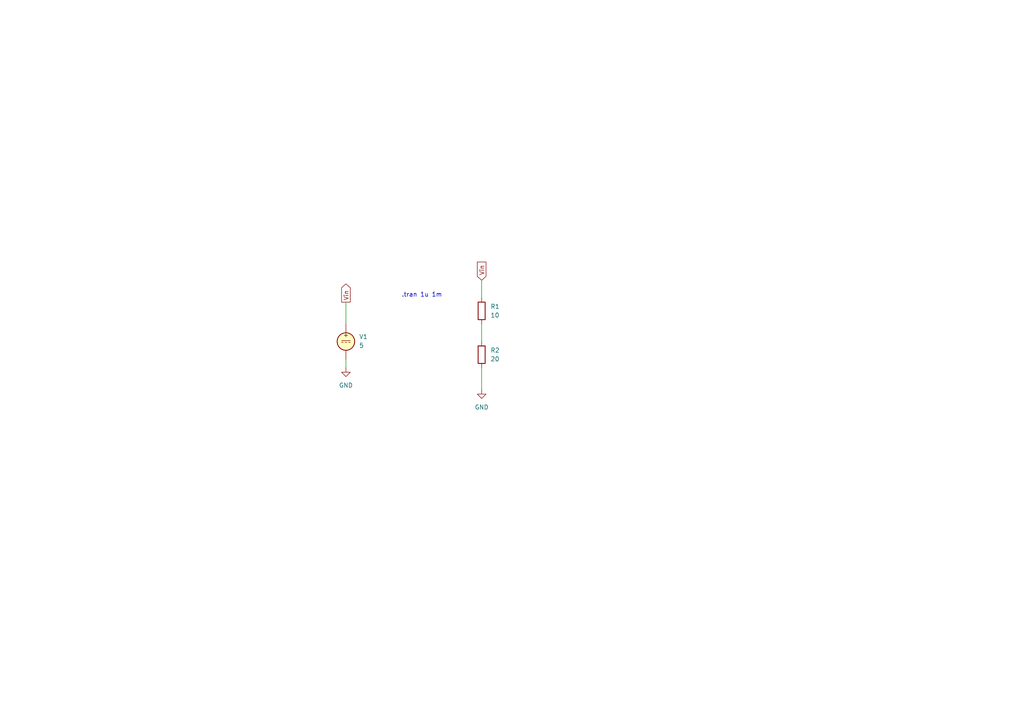
<source format=kicad_sch>
(kicad_sch (version 20230121) (generator eeschema)
  (paper "A4")
  (lib_symbols
    (symbol "Device:R" (pin_numbers hide) (pin_names (offset 0))
      (property "Reference" "R" (at 2.032 0 90))
      (property "Value" "R" (at 0 0 90))
      (symbol "R_0_1"
        (rectangle (start -1.016 -2.54) (end 1.016 2.54) (stroke (width 0.254)))
      )
      (symbol "R_1_1"
        (pin passive line (at 0 3.81 270) (length 1.27) (name "~") (number "1"))
        (pin passive line (at 0 -3.81 90) (length 1.27) (name "~") (number "2"))
      )
    )
    (symbol "Simulation_SPICE:VDC" (pin_numbers hide) (pin_names (offset 0.0254))
      (property "Reference" "V" (at 2.54 2.54 0))
      (property "Value" "1" (at 2.54 0 0))
      (symbol "VDC_0_0"
        (polyline (pts (xy -1.27 0.254) (xy 1.27 0.254)))
        (polyline (pts (xy -0.762 -0.254) (xy -1.27 -0.254)))
        (polyline (pts (xy 0.254 -0.254) (xy -0.254 -0.254)))
        (polyline (pts (xy 1.27 -0.254) (xy 0.762 -0.254)))
        (text "+" (at 0 1.905 0) (effects (font (size 1.27 1.27))))
      )
      (symbol "VDC_0_1"
        (circle (center 0 0) (radius 2.54) (stroke (width 0.254)) (fill (type background)))
      )
      (symbol "VDC_1_1"
        (pin passive line (at 0 5.08 270) (length 2.54) (name "~") (number "1"))
        (pin passive line (at 0 -5.08 90) (length 2.54) (name "~") (number "2"))
      )
    )
    (symbol "power:GND" (power) (pin_names (offset 0))
      (property "Value" "GND" (at 0 -3.81 0))
      (symbol "GND_0_1"
        (polyline (pts (xy 0 0) (xy 0 -1.27) (xy 1.27 -1.27) (xy 0 -2.54) (xy -1.27 -1.27) (xy 0 -1.27)))
      )
      (symbol "GND_1_1"
        (pin power_in line (at 0 0 270) (length 0) hide (name "GND") (number "1"))
      )
    )
  )
  (wire (pts (xy 100.33 87.63) (xy 100.33 93.98)))
  (wire (pts (xy 100.33 104.14) (xy 100.33 106.68)))
  (wire (pts (xy 139.7 106.68) (xy 139.7 113.03)))
  (wire (pts (xy 139.7 93.98) (xy 139.7 99.06)))
  (wire (pts (xy 139.7 81.28) (xy 139.7 86.36)))
  (text ".tran 1u 1m" (at 128.27 86.36 0) (effects (font (size 1.27 1.27)) (justify right bottom)))
  (global_label "Vin" (shape output) (at 100.33 87.63 90) (property "Intersheetrefs" "${INTERSHEET_REFS}" (effects hide)))
  (global_label "Vin" (shape input) (at 139.7 81.28 90) (property "Intersheetrefs" "${INTERSHEET_REFS}" (effects hide)))
  (symbol (lib_id "power:GND") (at 100.33 106.68 0) (unit 1)
    (property "Reference" "#PWR01" (effects hide))
    (property "Value" "GND" (at 100.33 111.76 0))
  )
  (symbol (lib_id "Device:R") (at 139.7 90.17 0) (unit 1)
    (property "Reference" "R1" (at 142.24 88.9 0) (effects (justify left)))
    (property "Value" "10" (at 142.24 91.44 0) (effects (justify left)))
  )
  (symbol (lib_id "power:GND") (at 139.7 113.03 0) (unit 1)
    (property "Reference" "#PWR02" (effects hide))
    (property "Value" "GND" (at 139.7 118.11 0))
  )
  (symbol (lib_id "Simulation_SPICE:VDC") (at 100.33 99.06 0) (unit 1)
    (property "Reference" "V1" (at 104.14 97.6602 0) (effects (justify left)))
    (property "Value" "5" (at 104.14 100.2002 0) (effects (justify left)))
    (property "Sim.Pins" "1=+ 2=-" (effects hide))
    (property "Sim.Type" "DC" (effects hide))
    (property "Sim.Device" "V" (effects hide))
  )
  (symbol (lib_id "Device:R") (at 139.7 102.87 0) (unit 1)
    (property "Reference" "R2" (at 142.24 101.6 0) (effects (justify left)))
    (property "Value" "20" (at 142.24 104.14 0) (effects (justify left)))
  )
)
</source>
